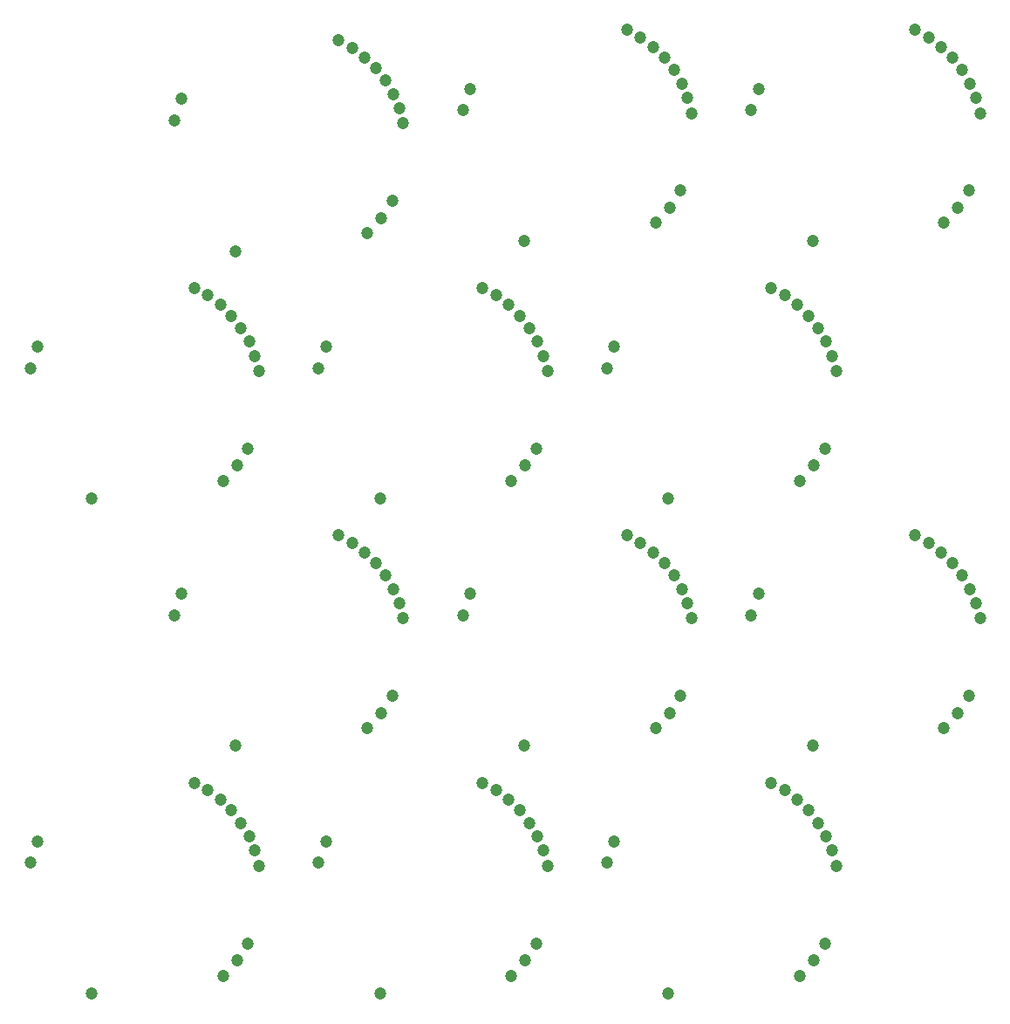
<source format=gtp>
%MOIN*%
%OFA0B0*%
%FSLAX46Y46*%
%IPPOS*%
%LPD*%
%ADD10C,0.047244094488188976*%
%ADD21C,0.047244094488188976*%
%ADD22C,0.047244094488188976*%
%ADD23C,0.047244094488188976*%
%ADD24C,0.047244094488188976*%
%ADD25C,0.047244094488188976*%
%ADD26C,0.047244094488188976*%
%ADD27C,0.047244094488188976*%
%ADD28C,0.047244094488188976*%
%ADD29C,0.047244094488188976*%
%ADD30C,0.047244094488188976*%
%ADD31C,0.047244094488188976*%
G01*
D10*
X-0003818897Y0003661417D02*
X0000075590Y0000611023D03*
X0000754330Y0000887795D03*
X0000812204Y0000180708D03*
X0000702362Y0000916929D03*
X0000309842Y0000112598D03*
X0000102755Y0000692913D03*
X0000934645Y0000657480D03*
X0000911810Y0000712204D03*
X0000881496Y0000763779D03*
X0000865354Y0000237795D03*
X0000844881Y0000811023D03*
X0000907874Y0000303936D03*
X0000950393Y0000599999D03*
X0000802362Y0000852362D03*
G04 next file*
G04 #@! TF.GenerationSoftware,KiCad,Pcbnew,5.0.2-bee76a0~70~ubuntu18.04.1*
G04 #@! TF.CreationDate,2019-05-15T03:21:57+02:00*
G04 #@! TF.ProjectId,ring,72696e67-2e6b-4696-9361-645f70636258,rev?*
G04 #@! TF.SameCoordinates,Original*
G04 #@! TF.FileFunction,Paste,Top*
G04 #@! TF.FilePolarity,Positive*
G04 Gerber Fmt 4.6, Leading zero omitted, Abs format (unit mm)*
G04 Created by KiCad (PCBNEW 5.0.2-bee76a0~70~ubuntu18.04.1) date Mi 15 Mai 2019 03:21:57 CEST*
G01*
G04 APERTURE LIST*
G04 APERTURE END LIST*
D21*
G04 #@! TO.C,J13*
X-0002716535Y0003661417D02*
X0001177952Y0000611023D03*
G04 #@! TD*
G04 #@! TO.C,J9*
X0001856692Y0000887795D03*
G04 #@! TD*
G04 #@! TO.C,J16*
X0001914566Y0000180708D03*
G04 #@! TD*
G04 #@! TO.C,J10*
X0001804724Y0000916929D03*
G04 #@! TD*
G04 #@! TO.C,J15*
X0001412204Y0000112598D03*
G04 #@! TD*
G04 #@! TO.C,J14*
X0001205118Y0000692913D03*
G04 #@! TD*
G04 #@! TO.C,J2*
X0002037007Y0000657480D03*
G04 #@! TD*
G04 #@! TO.C,J3*
X0002014173Y0000712204D03*
G04 #@! TD*
G04 #@! TO.C,J4*
X0001983858Y0000763779D03*
G04 #@! TD*
G04 #@! TO.C,J6*
X0001967716Y0000237795D03*
G04 #@! TD*
G04 #@! TO.C,J5*
X0001947244Y0000811023D03*
G04 #@! TD*
G04 #@! TO.C,J8*
X0002010236Y0000303936D03*
G04 #@! TD*
G04 #@! TO.C,J1*
X0002052755Y0000599999D03*
G04 #@! TD*
G04 #@! TO.C,J7*
X0001904724Y0000852362D03*
G04 #@! TD*
G04 next file*
G04 #@! TF.GenerationSoftware,KiCad,Pcbnew,5.0.2-bee76a0~70~ubuntu18.04.1*
G04 #@! TF.CreationDate,2019-05-15T03:21:57+02:00*
G04 #@! TF.ProjectId,ring,72696e67-2e6b-4696-9361-645f70636258,rev?*
G04 #@! TF.SameCoordinates,Original*
G04 #@! TF.FileFunction,Paste,Top*
G04 #@! TF.FilePolarity,Positive*
G04 Gerber Fmt 4.6, Leading zero omitted, Abs format (unit mm)*
G04 Created by KiCad (PCBNEW 5.0.2-bee76a0~70~ubuntu18.04.1) date Mi 15 Mai 2019 03:21:57 CEST*
G01*
G04 APERTURE LIST*
G04 APERTURE END LIST*
D22*
G04 #@! TO.C,J13*
X-0001614173Y0003661417D02*
X0002280314Y0000611023D03*
G04 #@! TD*
G04 #@! TO.C,J9*
X0002959055Y0000887795D03*
G04 #@! TD*
G04 #@! TO.C,J16*
X0003016929Y0000180708D03*
G04 #@! TD*
G04 #@! TO.C,J10*
X0002907086Y0000916929D03*
G04 #@! TD*
G04 #@! TO.C,J15*
X0002514566Y0000112598D03*
G04 #@! TD*
G04 #@! TO.C,J14*
X0002307480Y0000692913D03*
G04 #@! TD*
G04 #@! TO.C,J2*
X0003139370Y0000657480D03*
G04 #@! TD*
G04 #@! TO.C,J3*
X0003116535Y0000712204D03*
G04 #@! TD*
G04 #@! TO.C,J4*
X0003086220Y0000763779D03*
G04 #@! TD*
G04 #@! TO.C,J6*
X0003070078Y0000237795D03*
G04 #@! TD*
G04 #@! TO.C,J5*
X0003049606Y0000811023D03*
G04 #@! TD*
G04 #@! TO.C,J8*
X0003112598Y0000303936D03*
G04 #@! TD*
G04 #@! TO.C,J1*
X0003155118Y0000599999D03*
G04 #@! TD*
G04 #@! TO.C,J7*
X0003007086Y0000852362D03*
G04 #@! TD*
G04 next file*
G04 #@! TF.GenerationSoftware,KiCad,Pcbnew,5.0.2-bee76a0~70~ubuntu18.04.1*
G04 #@! TF.CreationDate,2019-05-15T03:21:57+02:00*
G04 #@! TF.ProjectId,ring,72696e67-2e6b-4696-9361-645f70636258,rev?*
G04 #@! TF.SameCoordinates,Original*
G04 #@! TF.FileFunction,Paste,Top*
G04 #@! TF.FilePolarity,Positive*
G04 Gerber Fmt 4.6, Leading zero omitted, Abs format (unit mm)*
G04 Created by KiCad (PCBNEW 5.0.2-bee76a0~70~ubuntu18.04.1) date Mi 15 Mai 2019 03:21:57 CEST*
G01*
G04 APERTURE LIST*
G04 APERTURE END LIST*
D23*
G04 #@! TO.C,J13*
X-0001062992Y0004606299D02*
X0002831496Y0001555905D03*
G04 #@! TD*
G04 #@! TO.C,J9*
X0003510236Y0001832677D03*
G04 #@! TD*
G04 #@! TO.C,J16*
X0003568110Y0001125590D03*
G04 #@! TD*
G04 #@! TO.C,J10*
X0003458267Y0001861811D03*
G04 #@! TD*
G04 #@! TO.C,J15*
X0003065748Y0001057480D03*
G04 #@! TD*
G04 #@! TO.C,J14*
X0002858661Y0001637795D03*
G04 #@! TD*
G04 #@! TO.C,J2*
X0003690551Y0001602362D03*
G04 #@! TD*
G04 #@! TO.C,J3*
X0003667716Y0001657086D03*
G04 #@! TD*
G04 #@! TO.C,J4*
X0003637401Y0001708661D03*
G04 #@! TD*
G04 #@! TO.C,J6*
X0003621259Y0001182677D03*
G04 #@! TD*
G04 #@! TO.C,J5*
X0003600787Y0001755905D03*
G04 #@! TD*
G04 #@! TO.C,J8*
X0003663779Y0001248818D03*
G04 #@! TD*
G04 #@! TO.C,J1*
X0003706299Y0001544881D03*
G04 #@! TD*
G04 #@! TO.C,J7*
X0003558267Y0001797244D03*
G04 #@! TD*
G04 next file*
G04 #@! TF.GenerationSoftware,KiCad,Pcbnew,5.0.2-bee76a0~70~ubuntu18.04.1*
G04 #@! TF.CreationDate,2019-05-15T03:21:57+02:00*
G04 #@! TF.ProjectId,ring,72696e67-2e6b-4696-9361-645f70636258,rev?*
G04 #@! TF.SameCoordinates,Original*
G04 #@! TF.FileFunction,Paste,Top*
G04 #@! TF.FilePolarity,Positive*
G04 Gerber Fmt 4.6, Leading zero omitted, Abs format (unit mm)*
G04 Created by KiCad (PCBNEW 5.0.2-bee76a0~70~ubuntu18.04.1) date Mi 15 Mai 2019 03:21:57 CEST*
G01*
G04 APERTURE LIST*
G04 APERTURE END LIST*
D24*
G04 #@! TO.C,J13*
X-0002165354Y0004606299D02*
X0001729133Y0001555905D03*
G04 #@! TD*
G04 #@! TO.C,J9*
X0002407874Y0001832677D03*
G04 #@! TD*
G04 #@! TO.C,J16*
X0002465747Y0001125590D03*
G04 #@! TD*
G04 #@! TO.C,J10*
X0002355905Y0001861811D03*
G04 #@! TD*
G04 #@! TO.C,J15*
X0001963385Y0001057480D03*
G04 #@! TD*
G04 #@! TO.C,J14*
X0001756299Y0001637795D03*
G04 #@! TD*
G04 #@! TO.C,J2*
X0002588188Y0001602362D03*
G04 #@! TD*
G04 #@! TO.C,J3*
X0002565354Y0001657086D03*
G04 #@! TD*
G04 #@! TO.C,J4*
X0002535039Y0001708661D03*
G04 #@! TD*
G04 #@! TO.C,J6*
X0002518897Y0001182677D03*
G04 #@! TD*
G04 #@! TO.C,J5*
X0002498425Y0001755905D03*
G04 #@! TD*
G04 #@! TO.C,J8*
X0002561417Y0001248818D03*
G04 #@! TD*
G04 #@! TO.C,J1*
X0002603937Y0001544881D03*
G04 #@! TD*
G04 #@! TO.C,J7*
X0002455905Y0001797244D03*
G04 #@! TD*
G04 next file*
G04 #@! TF.GenerationSoftware,KiCad,Pcbnew,5.0.2-bee76a0~70~ubuntu18.04.1*
G04 #@! TF.CreationDate,2019-05-15T03:21:57+02:00*
G04 #@! TF.ProjectId,ring,72696e67-2e6b-4696-9361-645f70636258,rev?*
G04 #@! TF.SameCoordinates,Original*
G04 #@! TF.FileFunction,Paste,Top*
G04 #@! TF.FilePolarity,Positive*
G04 Gerber Fmt 4.6, Leading zero omitted, Abs format (unit mm)*
G04 Created by KiCad (PCBNEW 5.0.2-bee76a0~70~ubuntu18.04.1) date Mi 15 Mai 2019 03:21:57 CEST*
G01*
G04 APERTURE LIST*
G04 APERTURE END LIST*
D25*
G04 #@! TO.C,J13*
X-0003267716Y0004606299D02*
X0000626771Y0001555905D03*
G04 #@! TD*
G04 #@! TO.C,J9*
X0001305511Y0001832677D03*
G04 #@! TD*
G04 #@! TO.C,J16*
X0001363385Y0001125590D03*
G04 #@! TD*
G04 #@! TO.C,J10*
X0001253543Y0001861811D03*
G04 #@! TD*
G04 #@! TO.C,J15*
X0000861023Y0001057480D03*
G04 #@! TD*
G04 #@! TO.C,J14*
X0000653937Y0001637795D03*
G04 #@! TD*
G04 #@! TO.C,J2*
X0001485826Y0001602362D03*
G04 #@! TD*
G04 #@! TO.C,J3*
X0001462992Y0001657086D03*
G04 #@! TD*
G04 #@! TO.C,J4*
X0001432677Y0001708661D03*
G04 #@! TD*
G04 #@! TO.C,J6*
X0001416535Y0001182677D03*
G04 #@! TD*
G04 #@! TO.C,J5*
X0001396062Y0001755905D03*
G04 #@! TD*
G04 #@! TO.C,J8*
X0001459055Y0001248818D03*
G04 #@! TD*
G04 #@! TO.C,J1*
X0001501574Y0001544881D03*
G04 #@! TD*
G04 #@! TO.C,J7*
X0001353543Y0001797244D03*
G04 #@! TD*
G04 next file*
G04 #@! TF.GenerationSoftware,KiCad,Pcbnew,5.0.2-bee76a0~70~ubuntu18.04.1*
G04 #@! TF.CreationDate,2019-05-15T03:21:57+02:00*
G04 #@! TF.ProjectId,ring,72696e67-2e6b-4696-9361-645f70636258,rev?*
G04 #@! TF.SameCoordinates,Original*
G04 #@! TF.FileFunction,Paste,Top*
G04 #@! TF.FilePolarity,Positive*
G04 Gerber Fmt 4.6, Leading zero omitted, Abs format (unit mm)*
G04 Created by KiCad (PCBNEW 5.0.2-bee76a0~70~ubuntu18.04.1) date Mi 15 Mai 2019 03:21:57 CEST*
G01*
G04 APERTURE LIST*
G04 APERTURE END LIST*
D26*
G04 #@! TO.C,J13*
X-0003818897Y0005551181D02*
X0000075590Y0002500787D03*
G04 #@! TD*
G04 #@! TO.C,J9*
X0000754330Y0002777559D03*
G04 #@! TD*
G04 #@! TO.C,J16*
X0000812204Y0002070472D03*
G04 #@! TD*
G04 #@! TO.C,J10*
X0000702362Y0002806692D03*
G04 #@! TD*
G04 #@! TO.C,J15*
X0000309842Y0002002362D03*
G04 #@! TD*
G04 #@! TO.C,J14*
X0000102755Y0002582677D03*
G04 #@! TD*
G04 #@! TO.C,J2*
X0000934645Y0002547244D03*
G04 #@! TD*
G04 #@! TO.C,J3*
X0000911810Y0002601968D03*
G04 #@! TD*
G04 #@! TO.C,J4*
X0000881496Y0002653543D03*
G04 #@! TD*
G04 #@! TO.C,J6*
X0000865354Y0002127559D03*
G04 #@! TD*
G04 #@! TO.C,J5*
X0000844881Y0002700787D03*
G04 #@! TD*
G04 #@! TO.C,J8*
X0000907874Y0002193700D03*
G04 #@! TD*
G04 #@! TO.C,J1*
X0000950393Y0002489763D03*
G04 #@! TD*
G04 #@! TO.C,J7*
X0000802362Y0002742125D03*
G04 #@! TD*
G04 next file*
G04 #@! TF.GenerationSoftware,KiCad,Pcbnew,5.0.2-bee76a0~70~ubuntu18.04.1*
G04 #@! TF.CreationDate,2019-05-15T03:21:57+02:00*
G04 #@! TF.ProjectId,ring,72696e67-2e6b-4696-9361-645f70636258,rev?*
G04 #@! TF.SameCoordinates,Original*
G04 #@! TF.FileFunction,Paste,Top*
G04 #@! TF.FilePolarity,Positive*
G04 Gerber Fmt 4.6, Leading zero omitted, Abs format (unit mm)*
G04 Created by KiCad (PCBNEW 5.0.2-bee76a0~70~ubuntu18.04.1) date Mi 15 Mai 2019 03:21:57 CEST*
G01*
G04 APERTURE LIST*
G04 APERTURE END LIST*
D27*
G04 #@! TO.C,J13*
X-0002716535Y0005551181D02*
X0001177952Y0002500787D03*
G04 #@! TD*
G04 #@! TO.C,J9*
X0001856692Y0002777559D03*
G04 #@! TD*
G04 #@! TO.C,J16*
X0001914566Y0002070472D03*
G04 #@! TD*
G04 #@! TO.C,J10*
X0001804724Y0002806692D03*
G04 #@! TD*
G04 #@! TO.C,J15*
X0001412204Y0002002362D03*
G04 #@! TD*
G04 #@! TO.C,J14*
X0001205118Y0002582677D03*
G04 #@! TD*
G04 #@! TO.C,J2*
X0002037007Y0002547244D03*
G04 #@! TD*
G04 #@! TO.C,J3*
X0002014173Y0002601968D03*
G04 #@! TD*
G04 #@! TO.C,J4*
X0001983858Y0002653543D03*
G04 #@! TD*
G04 #@! TO.C,J6*
X0001967716Y0002127559D03*
G04 #@! TD*
G04 #@! TO.C,J5*
X0001947244Y0002700787D03*
G04 #@! TD*
G04 #@! TO.C,J8*
X0002010236Y0002193700D03*
G04 #@! TD*
G04 #@! TO.C,J1*
X0002052755Y0002489763D03*
G04 #@! TD*
G04 #@! TO.C,J7*
X0001904724Y0002742125D03*
G04 #@! TD*
G04 next file*
G04 #@! TF.GenerationSoftware,KiCad,Pcbnew,5.0.2-bee76a0~70~ubuntu18.04.1*
G04 #@! TF.CreationDate,2019-05-15T03:21:57+02:00*
G04 #@! TF.ProjectId,ring,72696e67-2e6b-4696-9361-645f70636258,rev?*
G04 #@! TF.SameCoordinates,Original*
G04 #@! TF.FileFunction,Paste,Top*
G04 #@! TF.FilePolarity,Positive*
G04 Gerber Fmt 4.6, Leading zero omitted, Abs format (unit mm)*
G04 Created by KiCad (PCBNEW 5.0.2-bee76a0~70~ubuntu18.04.1) date Mi 15 Mai 2019 03:21:57 CEST*
G01*
G04 APERTURE LIST*
G04 APERTURE END LIST*
D28*
G04 #@! TO.C,J13*
X-0001614173Y0005551181D02*
X0002280314Y0002500787D03*
G04 #@! TD*
G04 #@! TO.C,J9*
X0002959055Y0002777559D03*
G04 #@! TD*
G04 #@! TO.C,J16*
X0003016929Y0002070472D03*
G04 #@! TD*
G04 #@! TO.C,J10*
X0002907086Y0002806692D03*
G04 #@! TD*
G04 #@! TO.C,J15*
X0002514566Y0002002362D03*
G04 #@! TD*
G04 #@! TO.C,J14*
X0002307480Y0002582677D03*
G04 #@! TD*
G04 #@! TO.C,J2*
X0003139370Y0002547244D03*
G04 #@! TD*
G04 #@! TO.C,J3*
X0003116535Y0002601968D03*
G04 #@! TD*
G04 #@! TO.C,J4*
X0003086220Y0002653543D03*
G04 #@! TD*
G04 #@! TO.C,J6*
X0003070078Y0002127559D03*
G04 #@! TD*
G04 #@! TO.C,J5*
X0003049606Y0002700787D03*
G04 #@! TD*
G04 #@! TO.C,J8*
X0003112598Y0002193700D03*
G04 #@! TD*
G04 #@! TO.C,J1*
X0003155118Y0002489763D03*
G04 #@! TD*
G04 #@! TO.C,J7*
X0003007086Y0002742125D03*
G04 #@! TD*
G04 next file*
G04 #@! TF.GenerationSoftware,KiCad,Pcbnew,5.0.2-bee76a0~70~ubuntu18.04.1*
G04 #@! TF.CreationDate,2019-05-15T03:21:57+02:00*
G04 #@! TF.ProjectId,ring,72696e67-2e6b-4696-9361-645f70636258,rev?*
G04 #@! TF.SameCoordinates,Original*
G04 #@! TF.FileFunction,Paste,Top*
G04 #@! TF.FilePolarity,Positive*
G04 Gerber Fmt 4.6, Leading zero omitted, Abs format (unit mm)*
G04 Created by KiCad (PCBNEW 5.0.2-bee76a0~70~ubuntu18.04.1) date Mi 15 Mai 2019 03:21:57 CEST*
G01*
G04 APERTURE LIST*
G04 APERTURE END LIST*
D29*
G04 #@! TO.C,J13*
X-0003267716Y0006496062D02*
X0000626771Y0003445669D03*
G04 #@! TD*
G04 #@! TO.C,J9*
X0001305511Y0003722440D03*
G04 #@! TD*
G04 #@! TO.C,J16*
X0001363385Y0003015354D03*
G04 #@! TD*
G04 #@! TO.C,J10*
X0001253543Y0003751574D03*
G04 #@! TD*
G04 #@! TO.C,J15*
X0000861023Y0002947244D03*
G04 #@! TD*
G04 #@! TO.C,J14*
X0000653937Y0003527559D03*
G04 #@! TD*
G04 #@! TO.C,J2*
X0001485826Y0003492125D03*
G04 #@! TD*
G04 #@! TO.C,J3*
X0001462992Y0003546850D03*
G04 #@! TD*
G04 #@! TO.C,J4*
X0001432677Y0003598425D03*
G04 #@! TD*
G04 #@! TO.C,J6*
X0001416535Y0003072440D03*
G04 #@! TD*
G04 #@! TO.C,J5*
X0001396062Y0003645669D03*
G04 #@! TD*
G04 #@! TO.C,J8*
X0001459055Y0003138582D03*
G04 #@! TD*
G04 #@! TO.C,J1*
X0001501574Y0003434645D03*
G04 #@! TD*
G04 #@! TO.C,J7*
X0001353543Y0003687007D03*
G04 #@! TD*
G04 next file*
G04 #@! TF.GenerationSoftware,KiCad,Pcbnew,5.0.2-bee76a0~70~ubuntu18.04.1*
G04 #@! TF.CreationDate,2019-05-15T03:21:57+02:00*
G04 #@! TF.ProjectId,ring,72696e67-2e6b-4696-9361-645f70636258,rev?*
G04 #@! TF.SameCoordinates,Original*
G04 #@! TF.FileFunction,Paste,Top*
G04 #@! TF.FilePolarity,Positive*
G04 Gerber Fmt 4.6, Leading zero omitted, Abs format (unit mm)*
G04 Created by KiCad (PCBNEW 5.0.2-bee76a0~70~ubuntu18.04.1) date Mi 15 Mai 2019 03:21:57 CEST*
G01*
G04 APERTURE LIST*
G04 APERTURE END LIST*
D30*
G04 #@! TO.C,J13*
X-0002165354Y0006535433D02*
X0001729133Y0003485039D03*
G04 #@! TD*
G04 #@! TO.C,J9*
X0002407874Y0003761811D03*
G04 #@! TD*
G04 #@! TO.C,J16*
X0002465747Y0003054724D03*
G04 #@! TD*
G04 #@! TO.C,J10*
X0002355905Y0003790944D03*
G04 #@! TD*
G04 #@! TO.C,J15*
X0001963385Y0002986614D03*
G04 #@! TD*
G04 #@! TO.C,J14*
X0001756299Y0003566929D03*
G04 #@! TD*
G04 #@! TO.C,J2*
X0002588188Y0003531496D03*
G04 #@! TD*
G04 #@! TO.C,J3*
X0002565354Y0003586220D03*
G04 #@! TD*
G04 #@! TO.C,J4*
X0002535039Y0003637795D03*
G04 #@! TD*
G04 #@! TO.C,J6*
X0002518897Y0003111811D03*
G04 #@! TD*
G04 #@! TO.C,J5*
X0002498425Y0003685039D03*
G04 #@! TD*
G04 #@! TO.C,J8*
X0002561417Y0003177952D03*
G04 #@! TD*
G04 #@! TO.C,J1*
X0002603937Y0003474015D03*
G04 #@! TD*
G04 #@! TO.C,J7*
X0002455905Y0003726377D03*
G04 #@! TD*
G04 next file*
G04 #@! TF.GenerationSoftware,KiCad,Pcbnew,5.0.2-bee76a0~70~ubuntu18.04.1*
G04 #@! TF.CreationDate,2019-05-15T03:21:57+02:00*
G04 #@! TF.ProjectId,ring,72696e67-2e6b-4696-9361-645f70636258,rev?*
G04 #@! TF.SameCoordinates,Original*
G04 #@! TF.FileFunction,Paste,Top*
G04 #@! TF.FilePolarity,Positive*
G04 Gerber Fmt 4.6, Leading zero omitted, Abs format (unit mm)*
G04 Created by KiCad (PCBNEW 5.0.2-bee76a0~70~ubuntu18.04.1) date Mi 15 Mai 2019 03:21:57 CEST*
G01*
G04 APERTURE LIST*
G04 APERTURE END LIST*
D31*
G04 #@! TO.C,J13*
X-0001062992Y0006535433D02*
X0002831496Y0003485039D03*
G04 #@! TD*
G04 #@! TO.C,J9*
X0003510236Y0003761811D03*
G04 #@! TD*
G04 #@! TO.C,J16*
X0003568110Y0003054724D03*
G04 #@! TD*
G04 #@! TO.C,J10*
X0003458267Y0003790944D03*
G04 #@! TD*
G04 #@! TO.C,J15*
X0003065748Y0002986614D03*
G04 #@! TD*
G04 #@! TO.C,J14*
X0002858661Y0003566929D03*
G04 #@! TD*
G04 #@! TO.C,J2*
X0003690551Y0003531496D03*
G04 #@! TD*
G04 #@! TO.C,J3*
X0003667716Y0003586220D03*
G04 #@! TD*
G04 #@! TO.C,J4*
X0003637401Y0003637795D03*
G04 #@! TD*
G04 #@! TO.C,J6*
X0003621259Y0003111811D03*
G04 #@! TD*
G04 #@! TO.C,J5*
X0003600787Y0003685039D03*
G04 #@! TD*
G04 #@! TO.C,J8*
X0003663779Y0003177952D03*
G04 #@! TD*
G04 #@! TO.C,J1*
X0003706299Y0003474015D03*
G04 #@! TD*
G04 #@! TO.C,J7*
X0003558267Y0003726377D03*
G04 #@! TD*
M02*
</source>
